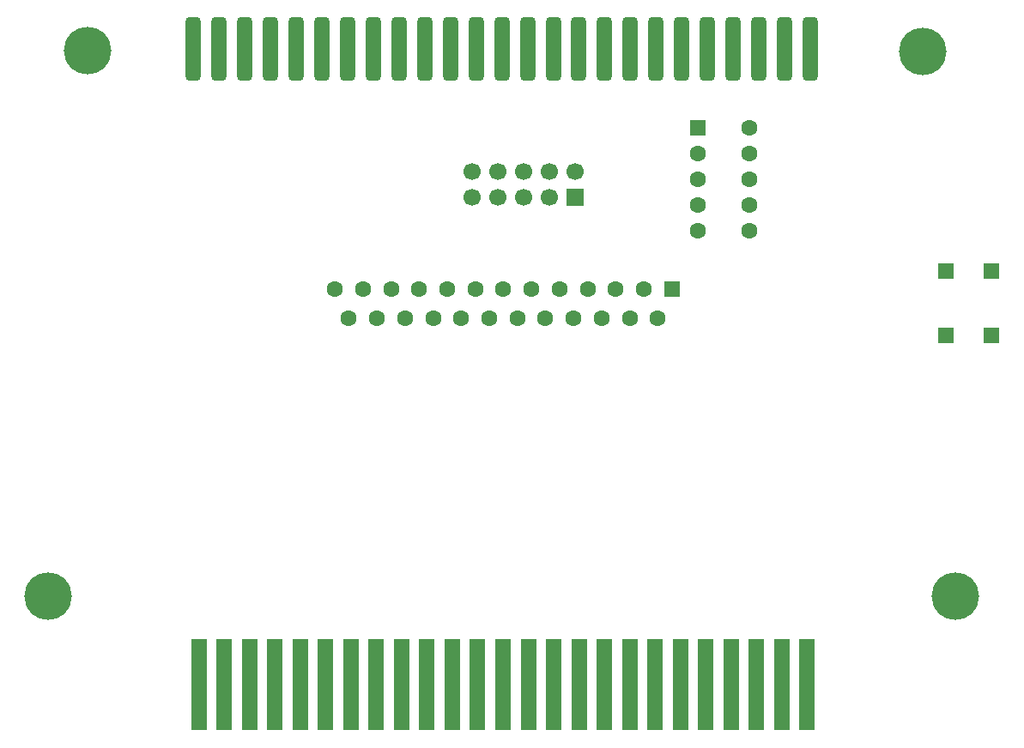
<source format=gbr>
%TF.GenerationSoftware,KiCad,Pcbnew,(6.0.2)*%
%TF.CreationDate,2022-12-30T16:08:33-06:00*%
%TF.ProjectId,REF1329_Altera,52454631-3332-4395-9f41-6c746572612e,rev?*%
%TF.SameCoordinates,Original*%
%TF.FileFunction,Soldermask,Bot*%
%TF.FilePolarity,Negative*%
%FSLAX46Y46*%
G04 Gerber Fmt 4.6, Leading zero omitted, Abs format (unit mm)*
G04 Created by KiCad (PCBNEW (6.0.2)) date 2022-12-30 16:08:33*
%MOMM*%
%LPD*%
G01*
G04 APERTURE LIST*
G04 Aperture macros list*
%AMRoundRect*
0 Rectangle with rounded corners*
0 $1 Rounding radius*
0 $2 $3 $4 $5 $6 $7 $8 $9 X,Y pos of 4 corners*
0 Add a 4 corners polygon primitive as box body*
4,1,4,$2,$3,$4,$5,$6,$7,$8,$9,$2,$3,0*
0 Add four circle primitives for the rounded corners*
1,1,$1+$1,$2,$3*
1,1,$1+$1,$4,$5*
1,1,$1+$1,$6,$7*
1,1,$1+$1,$8,$9*
0 Add four rect primitives between the rounded corners*
20,1,$1+$1,$2,$3,$4,$5,0*
20,1,$1+$1,$4,$5,$6,$7,0*
20,1,$1+$1,$6,$7,$8,$9,0*
20,1,$1+$1,$8,$9,$2,$3,0*%
G04 Aperture macros list end*
%ADD10RoundRect,0.375000X-0.375000X-2.750000X0.375000X-2.750000X0.375000X2.750000X-0.375000X2.750000X0*%
%ADD11R,1.590000X1.590000*%
%ADD12C,4.680000*%
%ADD13R,1.600000X1.600000*%
%ADD14C,1.600000*%
%ADD15R,1.500000X9.000000*%
%ADD16C,1.700000*%
%ADD17R,1.700000X1.700000*%
G04 APERTURE END LIST*
D10*
%TO.C,J3*%
X118842000Y-67717000D03*
X121379500Y-67717000D03*
X123917000Y-67717000D03*
X126454500Y-67717000D03*
X128992000Y-67717000D03*
X131529500Y-67717000D03*
X134067000Y-67717000D03*
X136604500Y-67717000D03*
X139142000Y-67717000D03*
X141679500Y-67717000D03*
X144217000Y-67717000D03*
X146754500Y-67717000D03*
X149292000Y-67717000D03*
X151829500Y-67717000D03*
X154367000Y-67717000D03*
X156904500Y-67717000D03*
X159442000Y-67717000D03*
X161979500Y-67717000D03*
X164517000Y-67717000D03*
X167054500Y-67717000D03*
X169592000Y-67717000D03*
X172129500Y-67717000D03*
X174667000Y-67717000D03*
X177204500Y-67717000D03*
X179742000Y-67717000D03*
%TD*%
D11*
%TO.C,SW1*%
X193086500Y-95977500D03*
X193126500Y-89627500D03*
X197572500Y-95980500D03*
X197611500Y-89628500D03*
%TD*%
D12*
%TO.C,Hole1*%
X108395000Y-67879000D03*
%TD*%
%TO.C,Hole2*%
X104544000Y-121691000D03*
%TD*%
D13*
%TO.C,U3*%
X168639500Y-75512500D03*
D14*
X168639500Y-78052500D03*
X168639500Y-80592500D03*
X168639500Y-83132500D03*
X168639500Y-85672500D03*
X173719500Y-85672500D03*
X173719500Y-83132500D03*
X173719500Y-80592500D03*
X173719500Y-78052500D03*
X173719500Y-75512500D03*
%TD*%
D12*
%TO.C,Hole3*%
X190826000Y-67918000D03*
%TD*%
D15*
%TO.C,J4*%
X119411500Y-130432000D03*
X121911500Y-130432000D03*
X124411500Y-130432000D03*
X126911500Y-130432000D03*
X129411500Y-130432000D03*
X131911500Y-130432000D03*
X134411500Y-130432000D03*
X136911500Y-130432000D03*
X139411500Y-130432000D03*
X141911500Y-130432000D03*
X144411500Y-130432000D03*
X146911500Y-130432000D03*
X149411500Y-130432000D03*
X151911500Y-130432000D03*
X154411500Y-130432000D03*
X156911500Y-130432000D03*
X159411500Y-130432000D03*
X161911500Y-130432000D03*
X164411500Y-130432000D03*
X166911500Y-130432000D03*
X169411500Y-130432000D03*
X171911500Y-130432000D03*
X174411500Y-130432000D03*
X176911500Y-130432000D03*
X179411500Y-130432000D03*
%TD*%
D12*
%TO.C,Hole4*%
X194001000Y-121736000D03*
%TD*%
D16*
%TO.C,J6*%
X156510000Y-79820500D03*
D17*
X156510000Y-82360500D03*
D16*
X153970000Y-79820500D03*
X153970000Y-82360500D03*
X151430000Y-79820500D03*
X151430000Y-82360500D03*
X148890000Y-79820500D03*
X148890000Y-82360500D03*
X146350000Y-79820500D03*
X146350000Y-82360500D03*
%TD*%
D13*
%TO.C,J1*%
X166066000Y-91391700D03*
D14*
X163296000Y-91391700D03*
X160526000Y-91391700D03*
X157756000Y-91391700D03*
X154986000Y-91391700D03*
X152216000Y-91391700D03*
X149446000Y-91391700D03*
X146676000Y-91391700D03*
X143906000Y-91391700D03*
X141136000Y-91391700D03*
X138366000Y-91391700D03*
X135596000Y-91391700D03*
X132826000Y-91391700D03*
X164681000Y-94231700D03*
X161911000Y-94231700D03*
X159141000Y-94231700D03*
X156371000Y-94231700D03*
X153601000Y-94231700D03*
X150831000Y-94231700D03*
X148061000Y-94231700D03*
X145291000Y-94231700D03*
X142521000Y-94231700D03*
X139751000Y-94231700D03*
X136981000Y-94231700D03*
X134211000Y-94231700D03*
%TD*%
M02*

</source>
